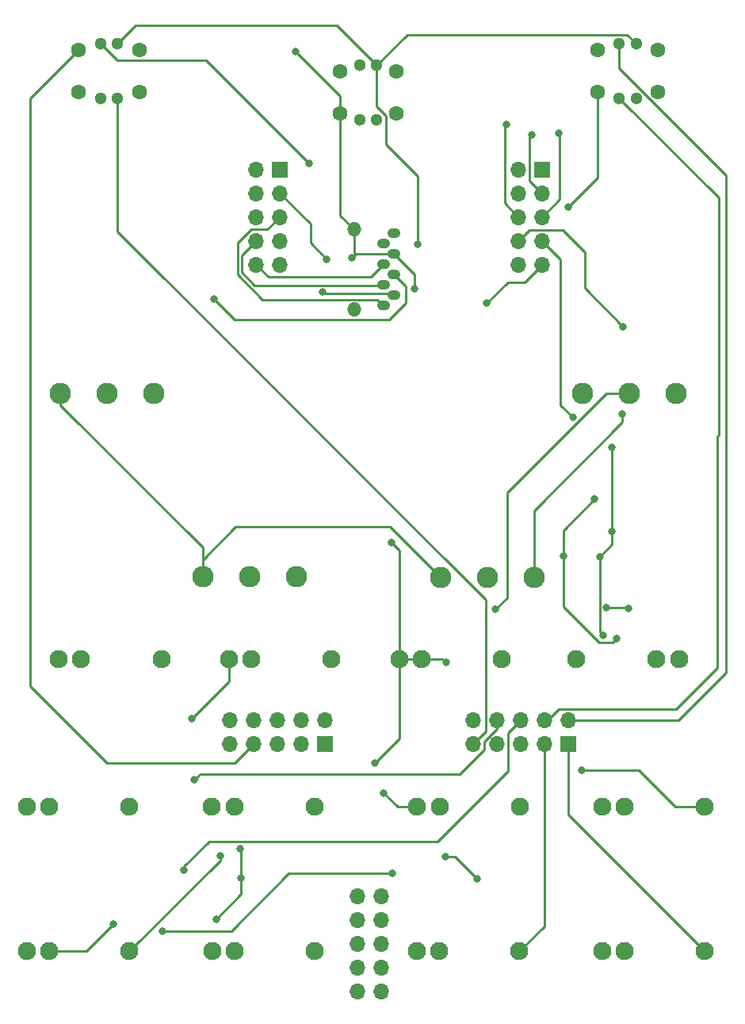
<source format=gbr>
G04 #@! TF.GenerationSoftware,KiCad,Pcbnew,7.0.1-0*
G04 #@! TF.CreationDate,2023-04-05T16:04:36-07:00*
G04 #@! TF.ProjectId,Kit-Trig-Sampler,4b69742d-5472-4696-972d-53616d706c65,rev?*
G04 #@! TF.SameCoordinates,PXb71b00PY73f50f0*
G04 #@! TF.FileFunction,Copper,L2,Bot*
G04 #@! TF.FilePolarity,Positive*
%FSLAX46Y46*%
G04 Gerber Fmt 4.6, Leading zero omitted, Abs format (unit mm)*
G04 Created by KiCad (PCBNEW 7.0.1-0) date 2023-04-05 16:04:36*
%MOMM*%
%LPD*%
G01*
G04 APERTURE LIST*
G04 #@! TA.AperFunction,ComponentPad*
%ADD10R,1.700000X1.700000*%
G04 #@! TD*
G04 #@! TA.AperFunction,ComponentPad*
%ADD11O,1.700000X1.700000*%
G04 #@! TD*
G04 #@! TA.AperFunction,ComponentPad*
%ADD12C,1.930400*%
G04 #@! TD*
G04 #@! TA.AperFunction,ComponentPad*
%ADD13C,1.600000*%
G04 #@! TD*
G04 #@! TA.AperFunction,ComponentPad*
%ADD14C,1.300000*%
G04 #@! TD*
G04 #@! TA.AperFunction,ComponentPad*
%ADD15O,1.397000X1.092200*%
G04 #@! TD*
G04 #@! TA.AperFunction,ComponentPad*
%ADD16O,1.524000X1.524000*%
G04 #@! TD*
G04 #@! TA.AperFunction,ComponentPad*
%ADD17C,2.286000*%
G04 #@! TD*
G04 #@! TA.AperFunction,ViaPad*
%ADD18C,0.800000*%
G04 #@! TD*
G04 #@! TA.AperFunction,Conductor*
%ADD19C,0.250000*%
G04 #@! TD*
G04 APERTURE END LIST*
D10*
G04 #@! TO.P,JC1,1,+12V*
G04 #@! TO.N,/A0*
X34351978Y30026200D03*
D11*
G04 #@! TO.P,JC1,2,+12V*
G04 #@! TO.N,/A1*
X34351978Y32566200D03*
G04 #@! TO.P,JC1,3,GND*
G04 #@! TO.N,/A2*
X31811978Y30026200D03*
G04 #@! TO.P,JC1,4,GND*
G04 #@! TO.N,/A3*
X31811978Y32566200D03*
G04 #@! TO.P,JC1,5,GND*
G04 #@! TO.N,/A4*
X29271978Y30026200D03*
G04 #@! TO.P,JC1,6,GND*
G04 #@! TO.N,/A5*
X29271978Y32566200D03*
G04 #@! TO.P,JC1,7,GND*
G04 #@! TO.N,/A6*
X26731978Y30026200D03*
G04 #@! TO.P,JC1,8,GND*
G04 #@! TO.N,/A7*
X26731978Y32566200D03*
G04 #@! TO.P,JC1,9,-12V*
G04 #@! TO.N,/A8*
X24191978Y30026200D03*
G04 #@! TO.P,JC1,10,-12V*
G04 #@! TO.N,/A9*
X24191978Y32566200D03*
G04 #@! TD*
G04 #@! TO.P,J14,1,+12V*
G04 #@! TO.N,Net-(D1-A)*
X37830000Y13770000D03*
G04 #@! TO.P,J14,2,+12V*
X40370000Y13770000D03*
G04 #@! TO.P,J14,3,GND*
G04 #@! TO.N,GND*
X37830000Y11230000D03*
G04 #@! TO.P,J14,4,GND*
X40370000Y11230000D03*
G04 #@! TO.P,J14,5,GND*
X37830000Y8690000D03*
G04 #@! TO.P,J14,6,GND*
X40370000Y8690000D03*
G04 #@! TO.P,J14,7,GND*
X37830000Y6150000D03*
G04 #@! TO.P,J14,8,GND*
X40370000Y6150000D03*
G04 #@! TO.P,J14,9,-12V*
G04 #@! TO.N,Net-(D2-K)*
X37830000Y3610000D03*
G04 #@! TO.P,J14,10,-12V*
X40370000Y3610000D03*
G04 #@! TD*
D10*
G04 #@! TO.P,JA1,1,+12V*
G04 #@! TO.N,-12VA*
X57542000Y91376192D03*
D11*
G04 #@! TO.P,JA1,2,+12V*
G04 #@! TO.N,VREF+*
X55002000Y91376192D03*
G04 #@! TO.P,JA1,3,GND*
G04 #@! TO.N,/D11*
X57542000Y88836192D03*
G04 #@! TO.P,JA1,4,GND*
G04 #@! TO.N,/D10*
X55002000Y88836192D03*
G04 #@! TO.P,JA1,5,GND*
G04 #@! TO.N,/D14*
X57542000Y86296192D03*
G04 #@! TO.P,JA1,6,GND*
G04 #@! TO.N,/D12*
X55002000Y86296192D03*
G04 #@! TO.P,JA1,7,GND*
G04 #@! TO.N,GND*
X57542000Y83756192D03*
G04 #@! TO.P,JA1,8,GND*
G04 #@! TO.N,GNDADC*
X55002000Y83756192D03*
G04 #@! TO.P,JA1,9,-12V*
G04 #@! TO.N,+12V*
X57542000Y81216192D03*
G04 #@! TO.P,JA1,10,-12V*
G04 #@! TO.N,/Unused(5V)*
X55002000Y81216192D03*
G04 #@! TD*
D10*
G04 #@! TO.P,JB1,1,+12V*
G04 #@! TO.N,/AUDIO_OUT2*
X60352002Y30026200D03*
D11*
G04 #@! TO.P,JB1,2,+12V*
G04 #@! TO.N,/D0*
X60352002Y32566200D03*
G04 #@! TO.P,JB1,3,GND*
G04 #@! TO.N,/AUDIO_OUT1*
X57812002Y30026200D03*
G04 #@! TO.P,JB1,4,GND*
G04 #@! TO.N,/D1*
X57812002Y32566200D03*
G04 #@! TO.P,JB1,5,GND*
G04 #@! TO.N,/AUDIO_IN2*
X55272002Y30026200D03*
G04 #@! TO.P,JB1,6,GND*
G04 #@! TO.N,/D15*
X55272002Y32566200D03*
G04 #@! TO.P,JB1,7,GND*
G04 #@! TO.N,/AUDIO_IN1*
X52732002Y30026200D03*
G04 #@! TO.P,JB1,8,GND*
G04 #@! TO.N,/D13*
X52732002Y32566200D03*
G04 #@! TO.P,JB1,9,-12V*
G04 #@! TO.N,/D3*
X50192002Y30026200D03*
G04 #@! TO.P,JB1,10,-12V*
G04 #@! TO.N,/D2*
X50192002Y32566200D03*
G04 #@! TD*
D10*
G04 #@! TO.P,JD1,1,+12V*
G04 #@! TO.N,/D5*
X29541980Y91376192D03*
D11*
G04 #@! TO.P,JD1,2,+12V*
G04 #@! TO.N,/D6*
X27001980Y91376192D03*
G04 #@! TO.P,JD1,3,GND*
G04 #@! TO.N,/D19*
X29541980Y88836192D03*
G04 #@! TO.P,JD1,4,GND*
G04 #@! TO.N,/D8*
X27001980Y88836192D03*
G04 #@! TO.P,JD1,5,GND*
G04 #@! TO.N,/D18*
X29541980Y86296192D03*
G04 #@! TO.P,JD1,6,GND*
G04 #@! TO.N,/D7*
X27001980Y86296192D03*
G04 #@! TO.P,JD1,7,GND*
G04 #@! TO.N,/D17*
X29541980Y83756192D03*
G04 #@! TO.P,JD1,8,GND*
G04 #@! TO.N,/D4*
X27001980Y83756192D03*
G04 #@! TO.P,JD1,9,-12V*
G04 #@! TO.N,/D16*
X29541980Y81216192D03*
G04 #@! TO.P,JD1,10,-12V*
G04 #@! TO.N,/D9*
X27001980Y81216192D03*
G04 #@! TD*
D12*
G04 #@! TO.P,J10,1,SIG*
G04 #@! TO.N,/AUDIO_IN1*
X55164000Y23332764D03*
G04 #@! TO.P,J10,2,SHEILD*
G04 #@! TO.N,GND*
X44191200Y23332764D03*
G04 #@! TO.P,J10,3,SW*
G04 #@! TO.N,unconnected-(J10-SW-Pad3)*
X46604200Y23332764D03*
G04 #@! TD*
D13*
G04 #@! TO.P,Bank_But1,1,UP-A*
G04 #@! TO.N,unconnected-(Bank_But1-UP-A-Pad1)*
X69950000Y104132764D03*
G04 #@! TO.P,Bank_But1,2,POLE-A*
G04 #@! TO.N,Net-(Bank_But1-POLE-A)*
X63450000Y104132764D03*
G04 #@! TO.P,Bank_But1,3,DOWN-A*
G04 #@! TO.N,unconnected-(Bank_But1-DOWN-A-Pad3)*
X69950000Y99632764D03*
G04 #@! TO.P,Bank_But1,4,UP-B*
G04 #@! TO.N,GND*
X63450000Y99632764D03*
D14*
G04 #@! TO.P,Bank_But1,5,CA*
G04 #@! TO.N,+3V3*
X67600000Y104782764D03*
G04 #@! TO.P,Bank_But1,6,G*
G04 #@! TO.N,/D0*
X65800000Y104782764D03*
G04 #@! TO.P,Bank_But1,7,R*
G04 #@! TO.N,/D1*
X65800000Y98982764D03*
G04 #@! TO.P,Bank_But1,8,B*
G04 #@! TO.N,Net-(Bank_But1-B)*
X67600000Y98982764D03*
G04 #@! TD*
D15*
G04 #@! TO.P,SD1,1,DAT2*
G04 #@! TO.N,/D18*
X40630000Y76850249D03*
G04 #@! TO.P,SD1,2,CD/DAT3*
G04 #@! TO.N,/D19*
X41729820Y77950069D03*
G04 #@! TO.P,SD1,3,CMD*
G04 #@! TO.N,/D4*
X40630000Y79050143D03*
G04 #@! TO.P,SD1,4,VDD*
G04 #@! TO.N,+3V3*
X41729820Y80149963D03*
G04 #@! TO.P,SD1,5,CLK*
G04 #@! TO.N,/D9*
X40630000Y81250037D03*
G04 #@! TO.P,SD1,6,VSS*
G04 #@! TO.N,GND*
X41729820Y82349857D03*
G04 #@! TO.P,SD1,7,DAT0*
G04 #@! TO.N,/D16*
X40630000Y83449931D03*
G04 #@! TO.P,SD1,8,DAT1*
G04 #@! TO.N,/D17*
X41729820Y84549751D03*
D16*
G04 #@! TO.P,SD1,9,SHELL1*
G04 #@! TO.N,GND*
X37460080Y76407400D03*
G04 #@! TO.P,SD1,10,SHELL2*
X37460080Y84992600D03*
G04 #@! TD*
D17*
G04 #@! TO.P,POT_LENGTH1,1,Left*
G04 #@! TO.N,GNDADC*
X31300000Y47866000D03*
G04 #@! TO.P,POT_LENGTH1,2,Center*
G04 #@! TO.N,/A7*
X26300000Y47866000D03*
G04 #@! TO.P,POT_LENGTH1,3,Right*
G04 #@! TO.N,VREF+*
X21300000Y47866000D03*
G04 #@! TD*
D12*
G04 #@! TO.P,J2,1,SIG*
G04 #@! TO.N,Net-(J2-SIG)*
X35057000Y39132764D03*
G04 #@! TO.P,J2,2,SHEILD*
G04 #@! TO.N,GND*
X24084200Y39132764D03*
G04 #@! TO.P,J2,3,SW*
X26497200Y39132764D03*
G04 #@! TD*
D17*
G04 #@! TO.P,POT_PITCH1,1,Left*
G04 #@! TO.N,GNDADC*
X71900000Y67453764D03*
G04 #@! TO.P,POT_PITCH1,2,Center*
G04 #@! TO.N,/A1*
X66900000Y67453764D03*
G04 #@! TO.P,POT_PITCH1,3,Right*
G04 #@! TO.N,VREF+*
X61900000Y67453764D03*
G04 #@! TD*
D12*
G04 #@! TO.P,J7,1,SIG*
G04 #@! TO.N,Net-(J7-SIG)*
X33277000Y7907764D03*
G04 #@! TO.P,J7,2,SHEILD*
G04 #@! TO.N,GND*
X22304200Y7907764D03*
G04 #@! TO.P,J7,3,SW*
G04 #@! TO.N,unconnected-(J7-SW-Pad3)*
X24717200Y7907764D03*
G04 #@! TD*
G04 #@! TO.P,J6,1,SIG*
G04 #@! TO.N,Net-(J6-SIG)*
X13482000Y23332764D03*
G04 #@! TO.P,J6,2,SHEILD*
G04 #@! TO.N,GND*
X2509200Y23332764D03*
G04 #@! TO.P,J6,3,SW*
X4922200Y23332764D03*
G04 #@! TD*
G04 #@! TO.P,J4,1,SIG*
G04 #@! TO.N,Net-(J4-SIG)*
X61193000Y39132764D03*
G04 #@! TO.P,J4,2,SHEILD*
G04 #@! TO.N,GND*
X72165800Y39132764D03*
G04 #@! TO.P,J4,3,SW*
X69752800Y39132764D03*
G04 #@! TD*
D13*
G04 #@! TO.P,REV_BUT1,1,UP-A*
G04 #@! TO.N,unconnected-(REV_BUT1-UP-A-Pad1)*
X14550000Y104132764D03*
G04 #@! TO.P,REV_BUT1,2,POLE-A*
G04 #@! TO.N,/A6*
X8050000Y104132764D03*
G04 #@! TO.P,REV_BUT1,3,DOWN-A*
G04 #@! TO.N,unconnected-(REV_BUT1-DOWN-A-Pad3)*
X14550000Y99632764D03*
G04 #@! TO.P,REV_BUT1,4,UP-B*
G04 #@! TO.N,GND*
X8050000Y99632764D03*
D14*
G04 #@! TO.P,REV_BUT1,5,CA*
G04 #@! TO.N,+3V3*
X12200000Y104782764D03*
G04 #@! TO.P,REV_BUT1,6,G*
G04 #@! TO.N,/D10*
X10400000Y104782764D03*
G04 #@! TO.P,REV_BUT1,7,R*
G04 #@! TO.N,Net-(REV_BUT1-R)*
X10400000Y98982764D03*
G04 #@! TO.P,REV_BUT1,8,B*
G04 #@! TO.N,/D3*
X12200000Y98982764D03*
G04 #@! TD*
D12*
G04 #@! TO.P,J5,1,SIG*
G04 #@! TO.N,Net-(J5-SIG)*
X13482000Y7907764D03*
G04 #@! TO.P,J5,2,SHEILD*
G04 #@! TO.N,GND*
X2509200Y7907764D03*
G04 #@! TO.P,J5,3,SW*
X4922200Y7907764D03*
G04 #@! TD*
G04 #@! TO.P,J9,1,SIG*
G04 #@! TO.N,/AUDIO_OUT1*
X55137000Y7907764D03*
G04 #@! TO.P,J9,2,SHEILD*
G04 #@! TO.N,GND*
X44164200Y7907764D03*
G04 #@! TO.P,J9,3,SW*
G04 #@! TO.N,unconnected-(J9-SW-Pad3)*
X46577200Y7907764D03*
G04 #@! TD*
G04 #@! TO.P,J8,1,SIG*
G04 #@! TO.N,/AUDIO_IN2*
X74932000Y23332764D03*
G04 #@! TO.P,J8,2,SHEILD*
G04 #@! TO.N,GND*
X63959200Y23332764D03*
G04 #@! TO.P,J8,3,SW*
G04 #@! TO.N,unconnected-(J8-SW-Pad3)*
X66372200Y23332764D03*
G04 #@! TD*
G04 #@! TO.P,J1,1,SIG*
G04 #@! TO.N,Net-(J1-SIG)*
X53282000Y39132764D03*
G04 #@! TO.P,J1,2,SHEILD*
G04 #@! TO.N,GND*
X42309200Y39132764D03*
G04 #@! TO.P,J1,3,SW*
X44722200Y39132764D03*
G04 #@! TD*
G04 #@! TO.P,J11,1,SIG*
G04 #@! TO.N,/AUDIO_OUT2*
X74932000Y7907764D03*
G04 #@! TO.P,J11,2,SHEILD*
G04 #@! TO.N,GND*
X63959200Y7907764D03*
G04 #@! TO.P,J11,3,SW*
G04 #@! TO.N,unconnected-(J11-SW-Pad3)*
X66372200Y7907764D03*
G04 #@! TD*
G04 #@! TO.P,J13,1,SIG*
G04 #@! TO.N,Net-(J13-SIG)*
X33250000Y23332764D03*
G04 #@! TO.P,J13,2,SHEILD*
G04 #@! TO.N,GND*
X22277200Y23332764D03*
G04 #@! TO.P,J13,3,SW*
X24690200Y23332764D03*
G04 #@! TD*
D17*
G04 #@! TO.P,POT_START1,1,Left*
G04 #@! TO.N,GNDADC*
X56700000Y47821681D03*
G04 #@! TO.P,POT_START1,2,Center*
G04 #@! TO.N,/A3*
X51700000Y47821681D03*
G04 #@! TO.P,POT_START1,3,Right*
G04 #@! TO.N,VREF+*
X46700000Y47821681D03*
G04 #@! TD*
D13*
G04 #@! TO.P,PLAY_BUT1,1,UP-A*
G04 #@! TO.N,unconnected-(PLAY_BUT1-UP-A-Pad1)*
X41996000Y101857764D03*
G04 #@! TO.P,PLAY_BUT1,2,POLE-A*
G04 #@! TO.N,Net-(PLAY_BUT1-POLE-A)*
X36004000Y101857764D03*
G04 #@! TO.P,PLAY_BUT1,3,DOWN-A*
G04 #@! TO.N,unconnected-(PLAY_BUT1-DOWN-A-Pad3)*
X41996000Y97357764D03*
G04 #@! TO.P,PLAY_BUT1,4,UP-B*
G04 #@! TO.N,GND*
X36004000Y97357764D03*
D14*
G04 #@! TO.P,PLAY_BUT1,5,CA*
G04 #@! TO.N,+3V3*
X39900000Y102507764D03*
G04 #@! TO.P,PLAY_BUT1,6,G*
G04 #@! TO.N,Net-(PLAY_BUT1-G)*
X38100000Y102507764D03*
G04 #@! TO.P,PLAY_BUT1,7,R*
G04 #@! TO.N,Net-(PLAY_BUT1-R)*
X38100000Y96707764D03*
G04 #@! TO.P,PLAY_BUT1,8,B*
G04 #@! TO.N,Net-(PLAY_BUT1-B)*
X39900000Y96707764D03*
G04 #@! TD*
D17*
G04 #@! TO.P,POT_SAMP1,1,Left*
G04 #@! TO.N,GNDADC*
X16100000Y67453764D03*
G04 #@! TO.P,POT_SAMP1,2,Center*
G04 #@! TO.N,/A9*
X11100000Y67453764D03*
G04 #@! TO.P,POT_SAMP1,3,Right*
G04 #@! TO.N,VREF+*
X6100000Y67453764D03*
G04 #@! TD*
D12*
G04 #@! TO.P,J3,1,SIG*
G04 #@! TO.N,Net-(J3-SIG)*
X16882000Y39132764D03*
G04 #@! TO.P,J3,2,SHEILD*
G04 #@! TO.N,GND*
X5909200Y39132764D03*
G04 #@! TO.P,J3,3,SW*
X8322200Y39132764D03*
G04 #@! TD*
D18*
G04 #@! TO.N,GND*
X41480000Y51520000D03*
X37240000Y81950000D03*
X60350000Y87390000D03*
X60857701Y64922299D03*
X11780000Y10820000D03*
X39680000Y28000000D03*
X63180000Y56170000D03*
X20140000Y32760000D03*
X43910000Y78660000D03*
X50630000Y15620000D03*
X47280000Y38780000D03*
X25410000Y15720000D03*
X22730000Y11350000D03*
X31260000Y103995500D03*
X25310000Y18860000D03*
X65525602Y41304398D03*
X40660000Y24800000D03*
X47250000Y17980000D03*
X59850000Y50070000D03*
G04 #@! TO.N,+3V3*
X22550000Y77520000D03*
X44280000Y83360000D03*
G04 #@! TO.N,GNDADC*
X66210000Y74620000D03*
X66150000Y65290000D03*
G04 #@! TO.N,+12V*
X17000000Y10090000D03*
X65030000Y52770000D03*
X65030000Y61730000D03*
X63710000Y50060000D03*
X51640000Y77110000D03*
X64040000Y41610000D03*
X41590000Y16240000D03*
G04 #@! TO.N,/D15*
X19330000Y16540000D03*
G04 #@! TO.N,/D13*
X20415000Y26225000D03*
G04 #@! TO.N,/AUDIO_IN2*
X61820000Y27210000D03*
G04 #@! TO.N,/D11*
X56440000Y95090000D03*
G04 #@! TO.N,/D10*
X32690000Y92005500D03*
G04 #@! TO.N,/D14*
X59320000Y95220000D03*
G04 #@! TO.N,/D12*
X53720000Y96170000D03*
G04 #@! TO.N,/D19*
X34110000Y78270000D03*
X34550000Y81800000D03*
G04 #@! TO.N,/A1*
X52600000Y44410000D03*
G04 #@! TO.N,Net-(J4-SIG)*
X66750000Y44540000D03*
X64450000Y44640000D03*
G04 #@! TO.N,Net-(J5-SIG)*
X23190000Y18100000D03*
G04 #@! TD*
D19*
G04 #@! TO.N,GND*
X36004000Y97357764D02*
X36004000Y99251500D01*
X63675000Y40885000D02*
X59850000Y44710000D01*
X8867764Y7907764D02*
X11780000Y10820000D01*
X65525602Y41304398D02*
X65106204Y40885000D01*
X59850000Y44710000D02*
X59850000Y50070000D01*
X59542412Y81755780D02*
X57542000Y83756192D01*
X42309200Y50690800D02*
X41480000Y51520000D01*
X25410000Y18760000D02*
X25310000Y18860000D01*
X43910000Y80169677D02*
X41729820Y82349857D01*
X44722200Y39132764D02*
X42309200Y39132764D01*
X24084200Y36704200D02*
X20140000Y32760000D01*
X37460080Y82170080D02*
X37240000Y81950000D01*
X25410000Y15720000D02*
X25410000Y18760000D01*
X42309200Y30629200D02*
X42309200Y39132764D01*
X42309200Y39132764D02*
X42309200Y50690800D01*
X46927236Y39132764D02*
X47280000Y38780000D01*
X60350000Y87390000D02*
X63450000Y90490000D01*
X24084200Y39132764D02*
X24084200Y36704200D01*
X37460080Y84992600D02*
X37460080Y82170080D01*
X37639857Y82349857D02*
X37240000Y81950000D01*
X44722200Y39132764D02*
X46927236Y39132764D01*
X60857701Y64922299D02*
X59542412Y66237588D01*
X59542412Y66237588D02*
X59542412Y81755780D01*
X41729820Y82349857D02*
X37639857Y82349857D01*
X47250000Y17980000D02*
X48270000Y17980000D01*
X36004000Y99251500D02*
X31260000Y103995500D01*
X65106204Y40885000D02*
X63675000Y40885000D01*
X63180000Y56170000D02*
X59850000Y52840000D01*
X22730000Y11350000D02*
X25410000Y14030000D01*
X63450000Y90490000D02*
X63450000Y99632764D01*
X43910000Y78660000D02*
X43910000Y80169677D01*
X42127236Y23332764D02*
X40660000Y24800000D01*
X44191200Y23332764D02*
X42127236Y23332764D01*
X48270000Y17980000D02*
X50630000Y15620000D01*
X25410000Y14030000D02*
X25410000Y15720000D01*
X39680000Y28000000D02*
X42309200Y30629200D01*
X4922200Y7907764D02*
X8867764Y7907764D01*
X59850000Y52840000D02*
X59850000Y50070000D01*
X36004000Y86448680D02*
X37460080Y84992600D01*
X36004000Y97357764D02*
X36004000Y86448680D01*
G04 #@! TO.N,+3V3*
X39900000Y98086623D02*
X39900000Y102507764D01*
X40875000Y94075000D02*
X40875000Y97111623D01*
X39900000Y102507764D02*
X43150000Y105757764D01*
X35627764Y106780000D02*
X20700000Y106780000D01*
X40875000Y97111623D02*
X39900000Y98086623D01*
X20670000Y106750000D02*
X14167236Y106750000D01*
X42990000Y77090000D02*
X41220400Y75320400D01*
X44280000Y83360000D02*
X44280000Y90670000D01*
X41729820Y80149963D02*
X42990000Y78889783D01*
X20700000Y106780000D02*
X20670000Y106750000D01*
X42990000Y78889783D02*
X42990000Y77090000D01*
X14167236Y106750000D02*
X12200000Y104782764D01*
X44280000Y90670000D02*
X40875000Y94075000D01*
X24749600Y75320400D02*
X22550000Y77520000D01*
X41220400Y75320400D02*
X24749600Y75320400D01*
X39900000Y102507764D02*
X35627764Y106780000D01*
X66625000Y105757764D02*
X67600000Y104782764D01*
X43150000Y105757764D02*
X66625000Y105757764D01*
G04 #@! TO.N,GNDADC*
X66150000Y65290000D02*
X66150000Y64420000D01*
X62110000Y82550000D02*
X59728808Y84931192D01*
X56177000Y84931192D02*
X55002000Y83756192D01*
X59728808Y84931192D02*
X56177000Y84931192D01*
X62110000Y78720000D02*
X62110000Y82550000D01*
X56700000Y54970000D02*
X66150000Y64420000D01*
X56700000Y54970000D02*
X56700000Y47821681D01*
X66210000Y74620000D02*
X62110000Y78720000D01*
G04 #@! TO.N,+12V*
X53880000Y79350000D02*
X55675808Y79350000D01*
X65030000Y52770000D02*
X65030000Y51380000D01*
X51640000Y77110000D02*
X53880000Y79350000D01*
X65030000Y61730000D02*
X65030000Y52770000D01*
X30490000Y16240000D02*
X41590000Y16240000D01*
X17000000Y10090000D02*
X24340000Y10090000D01*
X24340000Y10090000D02*
X30490000Y16240000D01*
X65030000Y51380000D02*
X63710000Y50060000D01*
X55675808Y79350000D02*
X57542000Y81216192D01*
X63710000Y41940000D02*
X63710000Y50060000D01*
X64040000Y41610000D02*
X63710000Y41940000D01*
G04 #@! TO.N,/A6*
X26731978Y30026200D02*
X24705778Y28000000D01*
X2880000Y36230000D02*
X2880000Y98962764D01*
X11110000Y28000000D02*
X2880000Y36230000D01*
X2880000Y98962764D02*
X8050000Y104132764D01*
X24705778Y28000000D02*
X11110000Y28000000D01*
G04 #@! TO.N,/D15*
X53907002Y31201200D02*
X55272002Y32566200D01*
X19330000Y16990000D02*
X22010000Y19670000D01*
X19330000Y16540000D02*
X19330000Y16990000D01*
X53907002Y27187002D02*
X53907002Y31201200D01*
X22010000Y19670000D02*
X46390000Y19670000D01*
X46390000Y19670000D02*
X53907002Y27187002D01*
G04 #@! TO.N,/D13*
X48740000Y26840000D02*
X51367002Y29467002D01*
X52732002Y31687901D02*
X52732002Y32566200D01*
X21030000Y26840000D02*
X48740000Y26840000D01*
X51367002Y29467002D02*
X51367002Y30322901D01*
X51367002Y30322901D02*
X52732002Y31687901D01*
X20415000Y26225000D02*
X21030000Y26840000D01*
G04 #@! TO.N,/AUDIO_IN2*
X61820000Y27210000D02*
X67910000Y27210000D01*
X67910000Y27210000D02*
X71787236Y23332764D01*
X71787236Y23332764D02*
X74932000Y23332764D01*
G04 #@! TO.N,/AUDIO_OUT1*
X57812002Y30026200D02*
X57812002Y10582766D01*
X57812002Y10582766D02*
X55137000Y7907764D01*
G04 #@! TO.N,/AUDIO_OUT2*
X60352002Y30026200D02*
X60352002Y22487762D01*
X60352002Y22487762D02*
X74932000Y7907764D01*
G04 #@! TO.N,VREF+*
X21300000Y47866000D02*
X21300000Y49720000D01*
X41271681Y53250000D02*
X46700000Y47821681D01*
X21300000Y49720000D02*
X24830000Y53250000D01*
X24830000Y53250000D02*
X41271681Y53250000D01*
X6100000Y67453764D02*
X6100000Y66220000D01*
X6100000Y66220000D02*
X21300000Y51020000D01*
X21300000Y51020000D02*
X21300000Y47866000D01*
G04 #@! TO.N,/D11*
X56440000Y95090000D02*
X56190000Y94840000D01*
X56190000Y90188192D02*
X57542000Y88836192D01*
X56190000Y94840000D02*
X56190000Y90188192D01*
G04 #@! TO.N,/D10*
X10400000Y104782764D02*
X12175000Y103007764D01*
X12175000Y103007764D02*
X21687736Y103007764D01*
X21687736Y103007764D02*
X32690000Y92005500D01*
G04 #@! TO.N,/D14*
X59450000Y95090000D02*
X59450000Y88204192D01*
X59450000Y88204192D02*
X57542000Y86296192D01*
X59320000Y95220000D02*
X59450000Y95090000D01*
G04 #@! TO.N,/D12*
X53720000Y96170000D02*
X53540000Y95990000D01*
X53540000Y87758192D02*
X55002000Y86296192D01*
X53540000Y95990000D02*
X53540000Y87758192D01*
G04 #@! TO.N,/D0*
X72106200Y32566200D02*
X77220000Y37680000D01*
X65800000Y102190000D02*
X65800000Y104782764D01*
X77220000Y90770000D02*
X65800000Y102190000D01*
X60352002Y32566200D02*
X72106200Y32566200D01*
X77220000Y37680000D02*
X77220000Y90770000D01*
G04 #@! TO.N,/D1*
X76300000Y62857698D02*
X76410000Y62967698D01*
X59321200Y33741200D02*
X71891200Y33741200D01*
X58146200Y32566200D02*
X59321200Y33741200D01*
X76410000Y88372764D02*
X65800000Y98982764D01*
X76410000Y62967698D02*
X76410000Y88372764D01*
X71891200Y33741200D02*
X76300000Y38150000D01*
X76300000Y38150000D02*
X76300000Y62857698D01*
G04 #@! TO.N,/D3*
X50192002Y30026200D02*
X51557002Y31391200D01*
X51557002Y31391200D02*
X51557002Y45412998D01*
X51557002Y45412998D02*
X12200000Y84770000D01*
X12200000Y84770000D02*
X12200000Y98982764D01*
G04 #@! TO.N,/D19*
X34110000Y78270000D02*
X34210000Y78170000D01*
X32810000Y85568172D02*
X29541980Y88836192D01*
X34210000Y78170000D02*
X41509889Y78170000D01*
X34550000Y81800000D02*
X32810000Y83540000D01*
X32810000Y83540000D02*
X32810000Y85568172D01*
G04 #@! TO.N,/D18*
X39985849Y77494400D02*
X40630000Y76850249D01*
X25030000Y83520000D02*
X25030000Y80150000D01*
X25030000Y80150000D02*
X27685600Y77494400D01*
X28205788Y84960000D02*
X26470000Y84960000D01*
X29541980Y86296192D02*
X28205788Y84960000D01*
X27685600Y77494400D02*
X39985849Y77494400D01*
X26470000Y84960000D02*
X25030000Y83520000D01*
G04 #@! TO.N,/D9*
X27001980Y81216192D02*
X28308172Y79910000D01*
X28308172Y79910000D02*
X39289963Y79910000D01*
X39289963Y79910000D02*
X40630000Y81250037D01*
G04 #@! TO.N,/A1*
X53840000Y56880000D02*
X64413764Y67453764D01*
X64413764Y67453764D02*
X66900000Y67453764D01*
X52600000Y44410000D02*
X53840000Y45650000D01*
X53840000Y45650000D02*
X53840000Y56880000D01*
G04 #@! TO.N,Net-(J4-SIG)*
X64450000Y44640000D02*
X66650000Y44640000D01*
X66650000Y44640000D02*
X66750000Y44540000D01*
G04 #@! TO.N,/D4*
X25480000Y82234212D02*
X25480000Y80380000D01*
X26865000Y78995000D02*
X40574857Y78995000D01*
X25480000Y80380000D02*
X26865000Y78995000D01*
X27001980Y83756192D02*
X25480000Y82234212D01*
G04 #@! TO.N,Net-(J5-SIG)*
X23190000Y18100000D02*
X23190000Y17615764D01*
X23190000Y17615764D02*
X13482000Y7907764D01*
G04 #@! TD*
M02*

</source>
